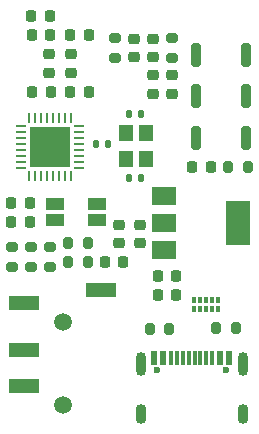
<source format=gts>
%TF.GenerationSoftware,KiCad,Pcbnew,7.0.2-6a45011f42~172~ubuntu22.04.1*%
%TF.CreationDate,2023-05-14T19:46:31+02:00*%
%TF.ProjectId,PowerMeter,506f7765-724d-4657-9465-722e6b696361,rev?*%
%TF.SameCoordinates,Original*%
%TF.FileFunction,Soldermask,Top*%
%TF.FilePolarity,Negative*%
%FSLAX46Y46*%
G04 Gerber Fmt 4.6, Leading zero omitted, Abs format (unit mm)*
G04 Created by KiCad (PCBNEW 7.0.2-6a45011f42~172~ubuntu22.04.1) date 2023-05-14 19:46:31*
%MOMM*%
%LPD*%
G01*
G04 APERTURE LIST*
G04 Aperture macros list*
%AMRoundRect*
0 Rectangle with rounded corners*
0 $1 Rounding radius*
0 $2 $3 $4 $5 $6 $7 $8 $9 X,Y pos of 4 corners*
0 Add a 4 corners polygon primitive as box body*
4,1,4,$2,$3,$4,$5,$6,$7,$8,$9,$2,$3,0*
0 Add four circle primitives for the rounded corners*
1,1,$1+$1,$2,$3*
1,1,$1+$1,$4,$5*
1,1,$1+$1,$6,$7*
1,1,$1+$1,$8,$9*
0 Add four rect primitives between the rounded corners*
20,1,$1+$1,$2,$3,$4,$5,0*
20,1,$1+$1,$4,$5,$6,$7,0*
20,1,$1+$1,$6,$7,$8,$9,0*
20,1,$1+$1,$8,$9,$2,$3,0*%
G04 Aperture macros list end*
%ADD10R,1.500000X1.000000*%
%ADD11RoundRect,0.225000X0.250000X-0.225000X0.250000X0.225000X-0.250000X0.225000X-0.250000X-0.225000X0*%
%ADD12RoundRect,0.200000X-0.275000X0.200000X-0.275000X-0.200000X0.275000X-0.200000X0.275000X0.200000X0*%
%ADD13RoundRect,0.200000X-0.200000X-0.800000X0.200000X-0.800000X0.200000X0.800000X-0.200000X0.800000X0*%
%ADD14RoundRect,0.200000X-0.200000X-0.275000X0.200000X-0.275000X0.200000X0.275000X-0.200000X0.275000X0*%
%ADD15RoundRect,0.225000X0.225000X0.250000X-0.225000X0.250000X-0.225000X-0.250000X0.225000X-0.250000X0*%
%ADD16RoundRect,0.200000X0.200000X0.275000X-0.200000X0.275000X-0.200000X-0.275000X0.200000X-0.275000X0*%
%ADD17R,2.000000X1.500000*%
%ADD18R,2.000000X3.800000*%
%ADD19RoundRect,0.225000X-0.250000X0.225000X-0.250000X-0.225000X0.250000X-0.225000X0.250000X0.225000X0*%
%ADD20RoundRect,0.225000X-0.225000X-0.250000X0.225000X-0.250000X0.225000X0.250000X-0.225000X0.250000X0*%
%ADD21RoundRect,0.218750X0.256250X-0.218750X0.256250X0.218750X-0.256250X0.218750X-0.256250X-0.218750X0*%
%ADD22RoundRect,0.135000X0.135000X0.185000X-0.135000X0.185000X-0.135000X-0.185000X0.135000X-0.185000X0*%
%ADD23RoundRect,0.140000X-0.140000X-0.170000X0.140000X-0.170000X0.140000X0.170000X-0.140000X0.170000X0*%
%ADD24R,0.300000X0.550000*%
%ADD25R,0.400000X0.550000*%
%ADD26RoundRect,0.140000X0.140000X0.170000X-0.140000X0.170000X-0.140000X-0.170000X0.140000X-0.170000X0*%
%ADD27C,0.600000*%
%ADD28R,0.600000X1.160000*%
%ADD29R,0.300000X1.160000*%
%ADD30O,0.900000X2.000000*%
%ADD31O,0.900000X1.700000*%
%ADD32R,1.200000X1.400000*%
%ADD33C,1.500000*%
%ADD34R,2.500000X1.200000*%
%ADD35RoundRect,0.062500X-0.062500X0.375000X-0.062500X-0.375000X0.062500X-0.375000X0.062500X0.375000X0*%
%ADD36RoundRect,0.062500X-0.375000X0.062500X-0.375000X-0.062500X0.375000X-0.062500X0.375000X0.062500X0*%
%ADD37R,3.450000X3.450000*%
%ADD38RoundRect,0.218750X-0.256250X0.218750X-0.256250X-0.218750X0.256250X-0.218750X0.256250X0.218750X0*%
G04 APERTURE END LIST*
D10*
%TO.C,D2*%
X78670000Y-94000000D03*
X78670000Y-95400000D03*
X82170000Y-95400000D03*
X82170000Y-94000000D03*
%TD*%
D11*
%TO.C,C6*%
X85360000Y-81585000D03*
X85360000Y-80035000D03*
%TD*%
D12*
%TO.C,R2*%
X83760000Y-79985000D03*
X83760000Y-81635000D03*
%TD*%
D13*
%TO.C,SW2*%
X90620000Y-84900000D03*
X94820000Y-84900000D03*
%TD*%
D14*
%TO.C,R4*%
X92295000Y-104500000D03*
X93945000Y-104500000D03*
%TD*%
D13*
%TO.C,SW1*%
X90620000Y-81400000D03*
X94820000Y-81400000D03*
%TD*%
D11*
%TO.C,C12*%
X88560000Y-84685000D03*
X88560000Y-83135000D03*
%TD*%
D15*
%TO.C,C8*%
X78220000Y-79700000D03*
X76670000Y-79700000D03*
%TD*%
D16*
%TO.C,R10*%
X81420000Y-98900000D03*
X79770000Y-98900000D03*
%TD*%
D17*
%TO.C,U2*%
X87870000Y-93300000D03*
X87870000Y-95600000D03*
D18*
X94170000Y-95600000D03*
D17*
X87870000Y-97900000D03*
%TD*%
D19*
%TO.C,C15*%
X84080000Y-95800000D03*
X84080000Y-97350000D03*
%TD*%
D20*
%TO.C,C18*%
X90285000Y-90910000D03*
X91835000Y-90910000D03*
%TD*%
D15*
%TO.C,C13*%
X76520000Y-95500000D03*
X74970000Y-95500000D03*
%TD*%
D21*
%TO.C,L1*%
X78120000Y-82900000D03*
X78120000Y-81325000D03*
%TD*%
D15*
%TO.C,C9*%
X78195000Y-78100000D03*
X76645000Y-78100000D03*
%TD*%
D22*
%TO.C,R1*%
X83130000Y-88900000D03*
X82110000Y-88900000D03*
%TD*%
D14*
%TO.C,R11*%
X79770000Y-97300000D03*
X81420000Y-97300000D03*
%TD*%
D20*
%TO.C,C14*%
X87345000Y-100100000D03*
X88895000Y-100100000D03*
%TD*%
D12*
%TO.C,R3*%
X88560000Y-79985000D03*
X88560000Y-81635000D03*
%TD*%
D15*
%TO.C,C10*%
X76520000Y-93900000D03*
X74970000Y-93900000D03*
%TD*%
D23*
%TO.C,C4*%
X84960000Y-86400000D03*
X85920000Y-86400000D03*
%TD*%
D20*
%TO.C,C17*%
X87345000Y-101700000D03*
X88895000Y-101700000D03*
%TD*%
%TO.C,C2*%
X79945000Y-84512500D03*
X81495000Y-84512500D03*
%TD*%
%TO.C,C19*%
X82870000Y-98900000D03*
X84420000Y-98900000D03*
%TD*%
D16*
%TO.C,R5*%
X88345000Y-104600000D03*
X86695000Y-104600000D03*
%TD*%
D12*
%TO.C,R9*%
X75020000Y-97675000D03*
X75020000Y-99325000D03*
%TD*%
D16*
%TO.C,R6*%
X94985000Y-90910000D03*
X93335000Y-90910000D03*
%TD*%
D19*
%TO.C,C16*%
X85820000Y-95800000D03*
X85820000Y-97350000D03*
%TD*%
D24*
%TO.C,U3*%
X90453884Y-102925000D03*
X90953884Y-102925000D03*
D25*
X91453884Y-102925000D03*
D24*
X91953884Y-102925000D03*
X92453884Y-102925000D03*
X92453884Y-102155000D03*
X91953884Y-102155000D03*
D25*
X91453884Y-102155000D03*
D24*
X90953884Y-102155000D03*
X90453884Y-102155000D03*
%TD*%
D15*
%TO.C,C7*%
X78295000Y-84512500D03*
X76745000Y-84512500D03*
%TD*%
D26*
%TO.C,C3*%
X85920000Y-91800000D03*
X84960000Y-91800000D03*
%TD*%
D27*
%TO.C,J2*%
X87330000Y-108075000D03*
X93110000Y-108075000D03*
D28*
X87020000Y-107015000D03*
X87820000Y-107015000D03*
D29*
X88970000Y-107015000D03*
X89970000Y-107015000D03*
X90470000Y-107015000D03*
X91470000Y-107015000D03*
D28*
X92620000Y-107015000D03*
X93420000Y-107015000D03*
X93420000Y-107015000D03*
X92620000Y-107015000D03*
D29*
X91970000Y-107015000D03*
X90970000Y-107015000D03*
X89470000Y-107015000D03*
X88470000Y-107015000D03*
D28*
X87820000Y-107015000D03*
X87020000Y-107015000D03*
D30*
X85900000Y-107595000D03*
D31*
X85900000Y-111765000D03*
D30*
X94540000Y-107595000D03*
D31*
X94540000Y-111765000D03*
%TD*%
D13*
%TO.C,SW3*%
X90620000Y-88400000D03*
X94820000Y-88400000D03*
%TD*%
D11*
%TO.C,C5*%
X86960000Y-81585000D03*
X86960000Y-80035000D03*
%TD*%
%TO.C,C11*%
X86960000Y-84685000D03*
X86960000Y-83135000D03*
%TD*%
D12*
%TO.C,R7*%
X78220000Y-97675000D03*
X78220000Y-99325000D03*
%TD*%
D32*
%TO.C,Y2*%
X86370000Y-90200000D03*
X86370000Y-88000000D03*
X84670000Y-88000000D03*
X84670000Y-90200000D03*
%TD*%
D33*
%TO.C,J3*%
X79320000Y-111000000D03*
X79320000Y-104000000D03*
D34*
X76070000Y-106400000D03*
X76070000Y-109400000D03*
X82570000Y-101300000D03*
X76070000Y-102400000D03*
%TD*%
D20*
%TO.C,C1*%
X79945000Y-79712500D03*
X81495000Y-79712500D03*
%TD*%
D35*
%TO.C,U1*%
X79970000Y-86762500D03*
X79470000Y-86762500D03*
X78970000Y-86762500D03*
X78470000Y-86762500D03*
X77970000Y-86762500D03*
X77470000Y-86762500D03*
X76970000Y-86762500D03*
X76470000Y-86762500D03*
D36*
X75782500Y-87450000D03*
X75782500Y-87950000D03*
X75782500Y-88450000D03*
X75782500Y-88950000D03*
X75782500Y-89450000D03*
X75782500Y-89950000D03*
X75782500Y-90450000D03*
X75782500Y-90950000D03*
D35*
X76470000Y-91637500D03*
X76970000Y-91637500D03*
X77470000Y-91637500D03*
X77970000Y-91637500D03*
X78470000Y-91637500D03*
X78970000Y-91637500D03*
X79470000Y-91637500D03*
X79970000Y-91637500D03*
D36*
X80657500Y-90950000D03*
X80657500Y-90450000D03*
X80657500Y-89950000D03*
X80657500Y-89450000D03*
X80657500Y-88950000D03*
X80657500Y-88450000D03*
X80657500Y-87950000D03*
X80657500Y-87450000D03*
D37*
X78220000Y-89200000D03*
%TD*%
D12*
%TO.C,R8*%
X76620000Y-97675000D03*
X76620000Y-99325000D03*
%TD*%
D38*
%TO.C,L2*%
X80020000Y-81325000D03*
X80020000Y-82900000D03*
%TD*%
M02*

</source>
